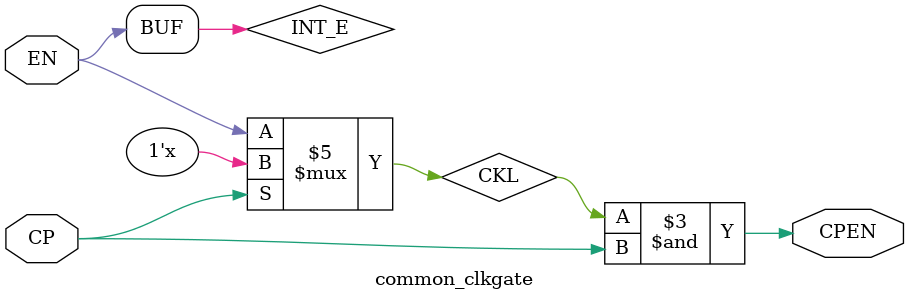
<source format=v>
/*
 * Module: w_icons_mgmt
 * Author: Ali Zeinolabedin
 * Date  : 
 */
`timescale 1ns/1ps
module common_clkgate (
    CP,
    EN,
    CPEN
);

   input  CP;
   input  EN;

   output CPEN;

   reg    CKL;

   wire   INT_E;

  assign INT_E = EN;
  

    always @(CP or INT_E) begin
        if ( CP == 1'b0 ) begin
            CKL = INT_E;
        end
    end

   assign CPEN = CKL & CP;

endmodule 
</source>
